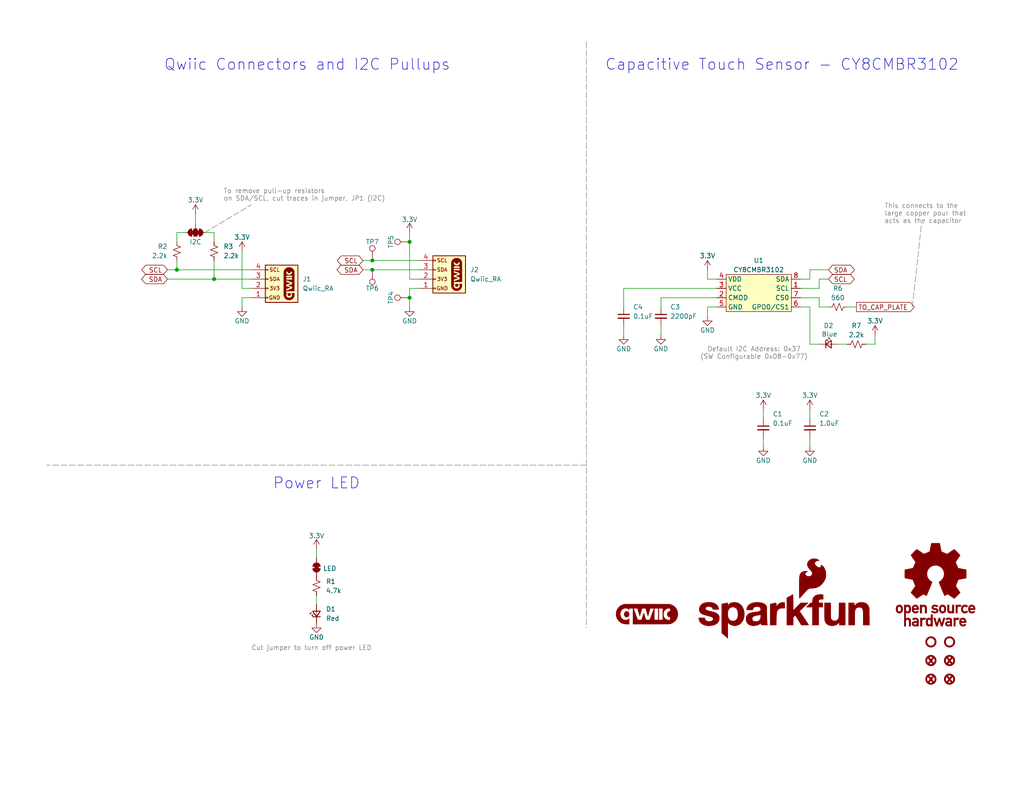
<source format=kicad_sch>
(kicad_sch (version 20250114) (generator "eeschema") (generator_version "9.0")
  (paper "USLetter")
  (title_block (title "SparkFun Capacitive Soil Moisture Sensor (Qwiic)") (date "2026-02-04") (rev "v10") (company "SparkFun Electronics") (comment 1 "Designed by: Malcolm McKellips"))
  (lib_symbols
    (symbol "SparkFun-Aesthetic:Fiducial_0.5mm"
      (symbol "Fiducial_0.5mm_1_1"
        (text "x" (at 0 0.254 0) (effects (font (size 2.5 2.5) (bold yes))))
      )
    )
    (symbol "SparkFun-Aesthetic:OSHW_Logo" (pin_names (offset 1.016)) (in_bom no))
    (symbol "SparkFun-Aesthetic:SparkFun_Logo" (pin_names (offset 1.016)) (on_board no))
    (symbol "SparkFun-Aesthetic:qwiic_Logo" (pin_names (offset 1.016)) (on_board no))
    (symbol "SparkFun-Capacitor:0.1uF_0603_25V_20%" (pin_numbers (hide yes)) (pin_names (offset 0.254))
      (property "Reference" "C" (at 0.635 2.54 0))
      (property "Value" "0.1uF" (at 0.635 -2.54 0))
      (property "Voltage" "25V" (at 0 -6.35 0))
      (property "Tolerance" "20%" (at 0 -8.89 0))
      (symbol "0.1uF_0603_25V_20%_1_1"
        (pin passive line (at 0 2.54 270) (length 2.032) (name "~") (number "1"))
        (pin passive line (at 0 -2.54 90) (length 2.032) (name "~") (number "2"))
      )
    )
    (symbol "SparkFun-Capacitor:1.0uF_0603_16V_10%" (pin_numbers (hide yes)) (pin_names (offset 0.254))
      (property "Reference" "C" (at 0.635 2.54 0))
      (property "Value" "1.0uF" (at 0.635 -2.54 0))
      (property "Voltage" "16V" (at 0 -6.35 0))
      (property "Tolerance" "10%" (at 0 -8.89 0))
      (symbol "1.0uF_0603_16V_10%_1_1"
        (pin passive line (at 0 2.54 270) (length 2.032) (name "~") (number "1"))
        (pin passive line (at 0 -2.54 90) (length 2.032) (name "~") (number "2"))
      )
    )
    (symbol "SparkFun-Capacitor:2200pF_0603_50V_10%" (pin_numbers (hide yes)) (pin_names (offset 0))
      (property "Reference" "C" (at 1.27 2.54 0))
      (property "Value" "2200pF" (at 5.08 -2.54 0))
      (property "Voltage" "50V" (at 0 -6.35 0))
      (property "Tolerance" "10%" (at 0 -8.89 0))
      (symbol "2200pF_0603_50V_10%_1_1"
        (pin passive line (at 0 2.54 270) (length 2.032) (name "~") (number "1"))
        (pin passive line (at 0 -2.54 90) (length 2.032) (name "~") (number "2"))
      )
    )
    (symbol "SparkFun-Connector:Qwiic_Horizontal" (pin_names (offset 1.016) (hide yes))
      (property "Reference" "J" (at 0 5.08 0))
      (property "Value" "Qwiic_RA" (at 0 -7.62 0))
      (symbol "Qwiic_Horizontal_1_1"
        (text "SCL" (at 1.27 2.54 0) (effects (font (size 1 1))))
        (text "SDA" (at 1.27 0 0) (effects (font (size 1 1))))
        (text "3V3" (at 1.27 -2.54 0) (effects (font (size 1 1))))
        (text "GND" (at 1.27 -5.08 0) (effects (font (size 1 1))))
        (pin passive line (at -5.08 2.54 0) (length 3.81) (name "Pin_4") (number "4"))
        (pin passive line (at -5.08 0 0) (length 3.81) (name "Pin_3") (number "3"))
        (pin passive line (at -5.08 -2.54 0) (length 3.81) (name "Pin_2") (number "2"))
        (pin passive line (at -5.08 -5.08 0) (length 3.81) (name "Pin_1") (number "1"))
        (pin no_connect line (at 5.08 3.81 270) (length 2.54) (hide yes) (name "NC") (number "NC1"))
        (pin no_connect line (at 6.35 3.81 270) (length 2.54) (hide yes) (name "NC") (number "NC2"))
      )
    )
    (symbol "SparkFun-Connector:TestPoint_1.0mm" (pin_numbers (hide yes)) (pin_names (offset 0.762) (hide yes))
      (property "Reference" "TP" (at 0 5.08 0))
      (symbol "TestPoint_1.0mm_1_1"
        (pin passive line (at 0 0 90) (length 2.54) (name "1") (number "1"))
      )
    )
    (symbol "SparkFun-Hardware:Standoff")
    (symbol "SparkFun-Jumper:SolderJumper_2_Bridged" (pin_numbers (hide yes)) (pin_names (offset 0) (hide yes))
      (property "Reference" "JP" (at 0 2.032 0))
      (property "Value" "~" (at 0 -2.54 0))
      (symbol "SolderJumper_2_Bridged_1_1"
        (pin passive line (at -2.54 0 0) (length 1.27) (name "A") (number "1"))
        (pin passive line (at 2.54 0 180) (length 1.27) (name "B") (number "2"))
      )
    )
    (symbol "SparkFun-Jumper:SolderJumper_3_Bridged123" (pin_numbers (hide yes)) (pin_names (offset 0) (hide yes))
      (property "Reference" "JP" (at 0 2.54 0))
      (property "Value" "~" (at 3.81 1.27 0))
      (symbol "SolderJumper_3_Bridged123_1_1"
        (pin passive line (at -2.54 0 0) (length 1.27) (name "A") (number "1"))
        (pin passive line (at 0 -2.54 90) (length 1.27) (name "B") (number "2"))
        (pin passive line (at 2.54 0 180) (length 1.27) (name "C") (number "3"))
      )
    )
    (symbol "SparkFun-LED:LED_Blue_0603" (pin_numbers (hide yes)) (pin_names (offset 1.016) (hide yes))
      (property "Reference" "D" (at 0 2.54 0))
      (property "Value" "Blue" (at 0 -2.54 0))
      (symbol "LED_Blue_0603_1_1"
        (pin passive line (at -2.54 0 0) (length 1.778) (name "K") (number "1"))
        (pin passive line (at 2.54 0 180) (length 1.778) (name "A") (number "2"))
      )
    )
    (symbol "SparkFun-LED:LED_Red_0603" (pin_numbers (hide yes)) (pin_names (offset 1.016) (hide yes))
      (property "Reference" "D" (at 0 2.54 0))
      (property "Value" "Red" (at 0 -2.54 0))
      (symbol "LED_Red_0603_1_1"
        (pin passive line (at -2.54 0 0) (length 1.778) (name "K") (number "1"))
        (pin passive line (at 2.54 0 180) (length 1.778) (name "A") (number "2"))
      )
    )
    (symbol "SparkFun-PowerSymbol:3.3V" (power) (pin_names (offset 0))
      (property "Value" "3.3V" (at 0 3.81 0))
      (symbol "3.3V_1_1"
        (pin power_in line (at 0 0 90) (length 0) (hide yes) (name "3.3V") (number "1"))
      )
    )
    (symbol "SparkFun-PowerSymbol:GND" (power) (pin_names (offset 0))
      (property "Value" "GND" (at 0 -3.81 0))
      (symbol "GND_1_1"
        (pin power_in line (at 0 0 270) (length 0) (hide yes) (name "GND") (number "1"))
      )
    )
    (symbol "SparkFun-Resistor:2.2k_0603" (pin_numbers (hide yes)) (pin_names (offset 0))
      (property "Reference" "R" (at 0 -2.54 0))
      (property "Value" "2.2k" (at 0 2.54 0))
      (symbol "2.2k_0603_1_1"
        (pin passive line (at -2.54 0 0) (length 1.016) (name "~") (number "1"))
        (pin passive line (at 2.54 0 180) (length 1.016) (name "~") (number "2"))
      )
    )
    (symbol "SparkFun-Resistor:4.7k_0603" (pin_numbers (hide yes)) (pin_names (offset 0))
      (property "Reference" "R" (at 0 -2.54 0))
      (property "Value" "4.7k" (at 0 2.54 0))
      (symbol "4.7k_0603_1_1"
        (pin passive line (at -2.54 0 0) (length 1.016) (name "~") (number "1"))
        (pin passive line (at 2.54 0 180) (length 1.016) (name "~") (number "2"))
      )
    )
    (symbol "SparkFun-Resistor:560_0603" (pin_numbers (hide yes)) (pin_names (offset 0))
      (property "Reference" "R" (at 0 -2.54 0))
      (property "Value" "560" (at 0 2.54 0))
      (symbol "560_0603_1_1"
        (pin passive line (at -2.54 0 0) (length 1.016) (name "~") (number "1"))
        (pin passive line (at 2.54 0 180) (length 1.016) (name "~") (number "2"))
      )
    )
    (symbol "SparkFun-Sensor:CY8CMBR3102"
      (property "Reference" "U" (at 0 8.89 0))
      (property "Value" "CY8CMBR3102" (at 0 6.35 0))
      (symbol "CY8CMBR3102_1_1"
        (pin power_in line (at -11.43 3.81 0) (length 2.54) (name "VDD") (number "4"))
        (pin power_in line (at -11.43 1.27 0) (length 2.54) (name "VCC") (number "3"))
        (pin passive line (at -11.43 -1.27 0) (length 2.54) (name "CMOD") (number "2"))
        (pin power_in line (at -11.43 -3.81 0) (length 2.54) (name "GND") (number "5"))
        (pin bidirectional line (at 11.43 3.81 180) (length 2.54) (name "SDA") (number "8"))
        (pin bidirectional line (at 11.43 1.27 180) (length 2.54) (name "SCL") (number "1"))
        (pin passive line (at 11.43 -1.27 180) (length 2.54) (name "CS0") (number "7"))
        (pin passive line (at 11.43 -3.81 180) (length 2.54) (name "GPO0/CS1") (number "6"))
      )
    )
  )
  (text "Qwiic Connectors and I2C Pullups" (at 83.82 17.78 0) (effects (font (size 3 3))))
  (text "Capacitive Touch Sensor - CY8CMBR3102" (at 213.36 17.78 0) (effects (font (size 3 3))))
  (text "Cut jumper to turn off power LED" (at 68.58 177.8 0) (effects (font (size 1.27 1.27)) (justify left bottom)))
  (text "To remove pull-up resistors\non SDA/SCL, cut traces in jumper, JP1 (I2C)" (at 60.96 53.34 0) (effects (font (size 1.27 1.27)) (justify left)))
  (text "This connects to the\nlarge copper pour that\nacts as the capacitor" (at 241.3 58.42 0) (effects (font (size 1.27 1.27)) (justify left)))
  (text "Power LED" (at 86.36 132.08 0) (effects (font (size 3 3))))
  (text "Default I2C Address: 0x37\n(SW Configurable 0x08-0x77)" (at 205.74 96.52 0) (effects (font (size 1.27 1.27))))
  (junction (at 111.76 66.04))
  (junction (at 48.26 73.66))
  (junction (at 101.6 71.12))
  (junction (at 58.42 76.2))
  (junction (at 111.76 81.28))
  (junction (at 101.6 73.66))
  (wire (pts (xy 220.98 93.98) (xy 220.98 83.82)))
  (wire (pts (xy 228.6 93.98) (xy 231.14 93.98)))
  (wire (pts (xy 55.88 63.5) (xy 58.42 63.5)))
  (wire (pts (xy 180.34 83.82) (xy 180.34 81.28)))
  (wire (pts (xy 220.98 119.38) (xy 220.98 121.92)))
  (wire (pts (xy 111.76 66.04) (xy 111.76 76.2)))
  (wire (pts (xy 220.98 111.76) (xy 220.98 114.3)))
  (wire (pts (xy 223.52 93.98) (xy 220.98 93.98)))
  (wire (pts (xy 101.6 71.12) (xy 114.3 71.12)))
  (wire (pts (xy 231.14 83.82) (xy 233.68 83.82)))
  (wire (pts (xy 66.04 78.74) (xy 68.58 78.74)))
  (wire (pts (xy 193.04 76.2) (xy 195.58 76.2)))
  (wire (pts (xy 111.76 78.74) (xy 114.3 78.74)))
  (wire (pts (xy 86.36 149.86) (xy 86.36 152.4)))
  (wire (pts (xy 220.98 83.82) (xy 218.44 83.82)))
  (wire (pts (xy 68.58 81.28) (xy 66.04 81.28)))
  (wire (pts (xy 170.18 78.74) (xy 195.58 78.74)))
  (wire (pts (xy 236.22 93.98) (xy 238.76 93.98)))
  (wire (pts (xy 220.98 76.2) (xy 220.98 73.66)))
  (wire (pts (xy 58.42 63.5) (xy 58.42 66.04)))
  (wire (pts (xy 53.34 58.42) (xy 53.34 60.96)))
  (wire (pts (xy 111.76 76.2) (xy 114.3 76.2)))
  (wire (pts (xy 48.26 63.5) (xy 48.26 66.04)))
  (wire (pts (xy 193.04 83.82) (xy 193.04 86.36)))
  (wire (pts (xy 180.34 81.28) (xy 195.58 81.28)))
  (wire (pts (xy 208.28 111.76) (xy 208.28 114.3)))
  (wire (pts (xy 99.06 71.12) (xy 101.6 71.12)))
  (wire (pts (xy 58.42 76.2) (xy 68.58 76.2)))
  (wire (pts (xy 238.76 93.98) (xy 238.76 91.44)))
  (polyline (pts (xy 248.92 83.82) (xy 251.46 60.96)) (stroke (width 0) (type dash) (color 132 132 132 1)))
  (wire (pts (xy 170.18 78.74) (xy 170.18 83.82)))
  (polyline (pts (xy 55.88 63.5) (xy 68.58 55.88)) (stroke (width 0) (type dash) (color 132 132 132 1)))
  (wire (pts (xy 218.44 76.2) (xy 220.98 76.2)))
  (wire (pts (xy 45.72 73.66) (xy 48.26 73.66)))
  (wire (pts (xy 111.76 81.28) (xy 111.76 83.82)))
  (wire (pts (xy 220.98 73.66) (xy 226.06 73.66)))
  (wire (pts (xy 66.04 78.74) (xy 66.04 68.58)))
  (wire (pts (xy 223.52 83.82) (xy 226.06 83.82)))
  (wire (pts (xy 223.52 78.74) (xy 223.52 76.2)))
  (wire (pts (xy 86.36 162.56) (xy 86.36 165.1)))
  (wire (pts (xy 218.44 78.74) (xy 223.52 78.74)))
  (polyline (pts (xy 160.02 123.19) (xy 160.02 171.45)) (stroke (width 0) (type dash) (color 132 132 132 1)))
  (wire (pts (xy 111.76 63.5) (xy 111.76 66.04)))
  (polyline (pts (xy 160.02 127) (xy 12.7 127)) (stroke (width 0) (type dash) (color 132 132 132 1)))
  (wire (pts (xy 180.34 88.9) (xy 180.34 91.44)))
  (wire (pts (xy 48.26 63.5) (xy 50.8 63.5)))
  (wire (pts (xy 223.52 81.28) (xy 223.52 83.82)))
  (wire (pts (xy 101.6 73.66) (xy 114.3 73.66)))
  (wire (pts (xy 218.44 81.28) (xy 223.52 81.28)))
  (wire (pts (xy 193.04 83.82) (xy 195.58 83.82)))
  (wire (pts (xy 48.26 71.12) (xy 48.26 73.66)))
  (polyline (pts (xy 160.02 11.43) (xy 160.02 123.19)) (stroke (width 0) (type dash) (color 132 132 132 1)))
  (wire (pts (xy 48.26 73.66) (xy 68.58 73.66)))
  (wire (pts (xy 58.42 71.12) (xy 58.42 76.2)))
  (wire (pts (xy 208.28 119.38) (xy 208.28 121.92)))
  (wire (pts (xy 45.72 76.2) (xy 58.42 76.2)))
  (wire (pts (xy 111.76 78.74) (xy 111.76 81.28)))
  (wire (pts (xy 193.04 76.2) (xy 193.04 73.66)))
  (wire (pts (xy 170.18 88.9) (xy 170.18 91.44)))
  (wire (pts (xy 223.52 76.2) (xy 226.06 76.2)))
  (wire (pts (xy 66.04 81.28) (xy 66.04 83.82)))
  (wire (pts (xy 99.06 73.66) (xy 101.6 73.66)))
  (global_label "SCL" (shape bidirectional) (at 99.06 71.12 180) (property "Intersheetrefs" "${INTERSHEET_REFS}" (effects (hide yes))))
  (global_label "TO_CAP_PLATE" (shape output) (at 233.68 83.82 0) (property "Intersheetrefs" "${INTERSHEET_REFS}" (effects (hide yes))))
  (global_label "SDA" (shape bidirectional) (at 45.72 76.2 180) (property "Intersheetrefs" "${INTERSHEET_REFS}" (effects (hide yes))))
  (global_label "SDA" (shape bidirectional) (at 226.06 73.66 0) (property "Intersheetrefs" "${INTERSHEET_REFS}" (effects (hide yes))))
  (global_label "SCL" (shape bidirectional) (at 226.06 76.2 0) (property "Intersheetrefs" "${INTERSHEET_REFS}" (effects (hide yes))))
  (global_label "SCL" (shape bidirectional) (at 45.72 73.66 180) (property "Intersheetrefs" "${INTERSHEET_REFS}" (effects (hide yes))))
  (global_label "SDA" (shape bidirectional) (at 99.06 73.66 180) (property "Intersheetrefs" "${INTERSHEET_REFS}" (effects (hide yes))))
  (symbol (lib_id "SparkFun-Hardware:Standoff") (at 254 175.26 0) (unit 1)
    (property "Reference" "ST2" (effects (hide yes)))
    (property "Value" "Stand_off" (effects (hide yes)))
    (property "Footprint" "SparkFun-Hardware:Standoff" (effects (hide yes)))
    (property "Description" "Drill holes for mechanically mounting via screws, standoffs, etc." (effects (hide yes)))
  )
  (symbol (lib_id "SparkFun-PowerSymbol:3.3V") (at 208.28 111.76 0) (unit 1)
    (property "Reference" "#PWR03" (effects (hide yes)))
    (property "Value" "3.3V" (at 208.28 107.95 0))
    (property "Description" "Power symbol creates a global label with name \"3.3V\"" (effects (hide yes)))
  )
  (symbol (lib_id "SparkFun-Aesthetic:SparkFun_Logo") (at 213.36 167.64 0) (unit 1) (on_board no)
    (property "Reference" "G1" (effects (hide yes)))
    (property "Value" "SparkFun_Logo" (effects (hide yes)))
    (property "Footprint" "SparkFun-Aesthetic:SparkFun_Logo_8mm" (effects (hide yes)))
  )
  (symbol (lib_id "SparkFun-Sensor:CY8CMBR3102") (at 207.01 80.01 0) (unit 1)
    (property "Reference" "U1" (at 207.01 71.12 0))
    (property "Value" "CY8CMBR3102" (at 207.01 73.66 0))
    (property "Footprint" "SparkFun-Semiconductor-Standard:SO-8" (effects (hide yes)))
    (property "Datasheet" "https://www.infineon.com/assets/row/public/documents/30/49/infineon-cy8cmbr3002-cy8cmbr3102-cy8cmbr3106s-cy8cmbr3108-cy8cmbr3110-cy8cmbr3116-datasheet-en.pdf" (effects (hide yes)))
    (property "Description" "Capacitive Touch Sensor" (effects (hide yes)))
    (property "PROD_ID" "IC-27515" (effects (hide yes)))
  )
  (symbol (lib_id "SparkFun-Resistor:4.7k_0603") (at 86.36 160.02 90) (unit 1)
    (property "Reference" "R1" (at 88.9 158.7499 90) (effects (justify right)))
    (property "Value" "4.7k" (at 88.9 161.2899 90) (effects (justify right)))
    (property "Footprint" "SparkFun-Resistor:R_0603_1608Metric" (effects (hide yes)))
    (property "Datasheet" "https://www.vishay.com/docs/20035/dcrcwe3.pdf" (effects (hide yes)))
    (property "Description" "Resistor" (effects (hide yes)))
    (property "PROD_ID" "RES-07857" (effects (hide yes)))
  )
  (symbol (lib_id "SparkFun-Aesthetic:Fiducial_0.5mm") (at 259.08 180.34 0) (unit 1)
    (property "Reference" "FID4" (effects (hide yes)))
    (property "Value" "Fiducial_0.5mm" (effects (hide yes)))
    (property "Footprint" "SparkFun-Aesthetic:Fiducial_0.5mm_Mask1mm" (effects (hide yes)))
    (property "Description" "Fiducial Marker" (effects (hide yes)))
  )
  (symbol (lib_id "SparkFun-PowerSymbol:GND") (at 193.04 86.36 0) (unit 1)
    (property "Reference" "#PWR02" (effects (hide yes)))
    (property "Value" "GND" (at 193.04 90.17 0))
    (property "Description" "Power symbol creates a global label with name \"GND\" , ground" (effects (hide yes)))
  )
  (symbol (lib_id "SparkFun-Aesthetic:Fiducial_0.5mm") (at 259.08 185.42 0) (unit 1)
    (property "Reference" "FID2" (effects (hide yes)))
    (property "Value" "Fiducial_0.5mm" (effects (hide yes)))
    (property "Footprint" "SparkFun-Aesthetic:Fiducial_0.5mm_Mask1mm" (effects (hide yes)))
    (property "Description" "Fiducial Marker" (effects (hide yes)))
  )
  (symbol (lib_id "SparkFun-LED:LED_Red_0603") (at 86.36 167.64 90) (unit 1)
    (property "Reference" "D1" (at 88.9 166.3064 90) (effects (justify right)))
    (property "Value" "Red" (at 88.9 168.8464 90) (effects (justify right)))
    (property "Footprint" "SparkFun-LED:LED_0603_1608Metric_Red" (effects (hide yes)))
    (property "Datasheet" "https://www.kingbrightusa.com/images/catalog/SPEC/APT1608SURCK.pdf" (effects (hide yes)))
    (property "Description" "Light emitting diode" (effects (hide yes)))
    (property "PROD_ID" "DIO-17976" (effects (hide yes)))
  )
  (symbol (lib_id "SparkFun-Hardware:Standoff") (at 259.08 175.26 0) (unit 1)
    (property "Reference" "ST4" (effects (hide yes)))
    (property "Value" "Stand_off" (effects (hide yes)))
    (property "Footprint" "SparkFun-Hardware:Standoff" (effects (hide yes)))
    (property "Description" "Drill holes for mechanically mounting via screws, standoffs, etc." (effects (hide yes)))
  )
  (symbol (lib_id "SparkFun-Aesthetic:Fiducial_0.5mm") (at 254 185.42 0) (unit 1)
    (property "Reference" "FID3" (effects (hide yes)))
    (property "Value" "Fiducial_0.5mm" (effects (hide yes)))
    (property "Footprint" "SparkFun-Aesthetic:Fiducial_0.5mm_Mask1mm" (effects (hide yes)))
    (property "Description" "Fiducial Marker" (effects (hide yes)))
  )
  (symbol (lib_id "SparkFun-PowerSymbol:GND") (at 180.34 91.44 0) (unit 1)
    (property "Reference" "#PWR08" (effects (hide yes)))
    (property "Value" "GND" (at 180.34 95.25 0))
    (property "Description" "Power symbol creates a global label with name \"GND\" , ground" (effects (hide yes)))
  )
  (symbol (lib_id "SparkFun-Aesthetic:qwiic_Logo") (at 176.53 167.64 0) (unit 1) (on_board no)
    (property "Reference" "G4" (effects (hide yes)))
    (property "Value" "qwiic_Logo" (effects (hide yes)))
  )
  (symbol (lib_id "SparkFun-Capacitor:0.1uF_0603_25V_20%") (at 208.28 116.84 0) (unit 1)
    (property "Reference" "C1" (at 210.82 113.0362 0) (effects (justify left)))
    (property "Value" "0.1uF" (at 210.82 115.5762 0) (effects (justify left)))
    (property "Footprint" "SparkFun-Capacitor:C_0603_1608Metric" (effects (hide yes)))
    (property "Datasheet" "https://cdn.sparkfun.com/assets/8/a/4/a/5/Kemet_Capacitor_Datasheet.pdf" (effects (hide yes)))
    (property "Description" "Unpolarized capacitor" (effects (hide yes)))
    (property "PROD_ID" "CAP-00810" (effects (hide yes)))
    (property "Voltage" "25V" (effects (hide yes)))
    (property "Tolerance" "20%" (effects (hide yes)))
  )
  (symbol (lib_id "SparkFun-PowerSymbol:3.3V") (at 220.98 111.76 0) (unit 1)
    (property "Reference" "#PWR05" (effects (hide yes)))
    (property "Value" "3.3V" (at 220.98 107.95 0))
    (property "Description" "Power symbol creates a global label with name \"3.3V\"" (effects (hide yes)))
  )
  (symbol (lib_id "SparkFun-Connector:TestPoint_1.0mm") (at 101.6 71.12 0) (unit 1)
    (property "Reference" "TP7" (at 101.6 66.04 0))
    (property "Value" "1.0mm" (effects (hide yes)))
    (property "Footprint" "SparkFun-Connector:TestPoint-1.0mm" (effects (hide yes)))
    (property "Description" "Test Point" (effects (hide yes)))
  )
  (symbol (lib_id "SparkFun-PowerSymbol:GND") (at 170.18 91.44 0) (unit 1)
    (property "Reference" "#PWR011" (effects (hide yes)))
    (property "Value" "GND" (at 170.18 95.25 0))
    (property "Description" "Power symbol creates a global label with name \"GND\" , ground" (effects (hide yes)))
  )
  (symbol (lib_id "SparkFun-Capacitor:1.0uF_0603_16V_10%") (at 220.98 116.84 0) (unit 1)
    (property "Reference" "C2" (at 223.52 113.0362 0) (effects (justify left)))
    (property "Value" "1.0uF" (at 223.52 115.5762 0) (effects (justify left)))
    (property "Footprint" "SparkFun-Capacitor:C_0603_1608Metric" (effects (hide yes)))
    (property "Datasheet" "https://cdn.sparkfun.com/assets/8/a/4/a/5/Kemet_Capacitor_Datasheet.pdf" (effects (hide yes)))
    (property "Description" "Unpolarized capacitor" (effects (hide yes)))
    (property "PROD_ID" "CAP-13930" (effects (hide yes)))
    (property "Voltage" "16V" (effects (hide yes)))
    (property "Tolerance" "10%" (effects (hide yes)))
  )
  (symbol (lib_id "SparkFun-PowerSymbol:3.3V") (at 66.04 68.58 0) (unit 1)
    (property "Reference" "#PWR07" (effects (hide yes)))
    (property "Value" "3.3V" (at 66.04 64.77 0))
    (property "Description" "Power symbol creates a global label with name \"3.3V\"" (effects (hide yes)))
  )
  (symbol (lib_id "SparkFun-PowerSymbol:3.3V") (at 193.04 73.66 0) (unit 1)
    (property "Reference" "#PWR01" (effects (hide yes)))
    (property "Value" "3.3V" (at 193.04 69.85 0))
    (property "Description" "Power symbol creates a global label with name \"3.3V\"" (effects (hide yes)))
  )
  (symbol (lib_id "SparkFun-PowerSymbol:GND") (at 111.76 83.82 0) (unit 1)
    (property "Reference" "#PWR0105" (effects (hide yes)))
    (property "Value" "GND" (at 111.76 87.63 0))
    (property "Description" "Power symbol creates a global label with name \"GND\" , ground" (effects (hide yes)))
  )
  (symbol (lib_id "SparkFun-Connector:TestPoint_1.0mm") (at 111.76 66.04 90) (unit 1)
    (property "Reference" "TP5" (at 106.68 66.04 0))
    (property "Value" "1.0mm" (effects (hide yes)))
    (property "Footprint" "SparkFun-Connector:TestPoint-1.0mm" (effects (hide yes)))
    (property "Description" "Test Point" (effects (hide yes)))
  )
  (symbol (lib_id "SparkFun-PowerSymbol:3.3V") (at 86.36 149.86 0) (unit 1)
    (property "Reference" "#PWR010" (effects (hide yes)))
    (property "Value" "3.3V" (at 86.36 146.304 0))
    (property "Description" "Power symbol creates a global label with name \"3.3V\"" (effects (hide yes)))
  )
  (symbol (lib_id "SparkFun-Resistor:2.2k_0603") (at 48.26 68.58 270) (unit 1)
    (property "Reference" "R2" (at 45.72 67.3099 90) (effects (justify right)))
    (property "Value" "2.2k" (at 45.72 69.8499 90) (effects (justify right)))
    (property "Footprint" "SparkFun-Resistor:R_0603_1608Metric" (effects (hide yes)))
    (property "Datasheet" "https://www.vishay.com/docs/20035/dcrcwe3.pdf" (effects (hide yes)))
    (property "Description" "Resistor" (effects (hide yes)))
    (property "PROD_ID" "RES-08272" (effects (hide yes)))
  )
  (symbol (lib_id "SparkFun-Resistor:2.2k_0603") (at 233.68 93.98 180) (unit 1)
    (property "Reference" "R7" (at 233.68 88.9 0))
    (property "Value" "2.2k" (at 233.68 91.44 0))
    (property "Footprint" "SparkFun-Resistor:R_0603_1608Metric" (effects (hide yes)))
    (property "Datasheet" "https://www.vishay.com/docs/20035/dcrcwe3.pdf" (effects (hide yes)))
    (property "Description" "Resistor" (effects (hide yes)))
    (property "PROD_ID" "RES-08272" (effects (hide yes)))
  )
  (symbol (lib_id "SparkFun-PowerSymbol:GND") (at 220.98 121.92 0) (unit 1)
    (property "Reference" "#PWR06" (effects (hide yes)))
    (property "Value" "GND" (at 220.98 125.73 0))
    (property "Description" "Power symbol creates a global label with name \"GND\" , ground" (effects (hide yes)))
  )
  (symbol (lib_id "SparkFun-Aesthetic:OSHW_Logo") (at 255.27 163.83 0) (unit 1) (in_bom no)
    (property "Reference" "G3" (effects (hide yes)))
    (property "Value" "OSHW_Logo" (effects (hide yes)))
    (property "Footprint" "SparkFun-Aesthetic:Creative_Commons_License" (effects (hide yes)))
  )
  (symbol (lib_id "SparkFun-Connector:TestPoint_1.0mm") (at 111.76 81.28 90) (unit 1)
    (property "Reference" "TP4" (at 106.68 81.28 0))
    (property "Value" "1.0mm" (effects (hide yes)))
    (property "Footprint" "SparkFun-Connector:TestPoint-1.0mm" (effects (hide yes)))
    (property "Description" "Test Point" (effects (hide yes)))
  )
  (symbol (lib_id "SparkFun-LED:LED_Blue_0603") (at 226.06 93.98 0) (unit 1)
    (property "Reference" "D2" (at 226.06 88.9 0))
    (property "Value" "Blue" (at 226.3384 91.2109 0))
    (property "Footprint" "SparkFun-LED:LED_0603_1608Metric_Blue" (effects (hide yes)))
    (property "Datasheet" "https://media.digikey.com/pdf/Data%20Sheets/Rohm%20PDFs/SMLE12_Series_Rev2.0_2007.pdf" (effects (hide yes)))
    (property "Description" "Light emitting diode" (effects (hide yes)))
    (property "PROD_ID" "DIO-08575" (effects (hide yes)))
  )
  (symbol (lib_id "SparkFun-PowerSymbol:3.3V") (at 238.76 91.44 0) (mirror y) (unit 1)
    (property "Reference" "#PWR012" (effects (hide yes)))
    (property "Value" "3.3V" (at 238.76 87.63 0))
    (property "Description" "Power symbol creates a global label with name \"3.3V\"" (effects (hide yes)))
  )
  (symbol (lib_id "SparkFun-Aesthetic:SparkFun_Logo") (at 213.36 167.64 0) (unit 1) (on_board no)
    (property "Reference" "G2" (effects (hide yes)))
    (property "Value" "SparkFun_Logo" (effects (hide yes)))
  )
  (symbol (lib_id "SparkFun-Aesthetic:Fiducial_0.5mm") (at 254 180.34 0) (unit 1)
    (property "Reference" "FID1" (effects (hide yes)))
    (property "Value" "Fiducial_0.5mm" (effects (hide yes)))
    (property "Footprint" "SparkFun-Aesthetic:Fiducial_0.5mm_Mask1mm" (effects (hide yes)))
    (property "Description" "Fiducial Marker" (effects (hide yes)))
  )
  (symbol (lib_id "SparkFun-Connector:TestPoint_1.0mm") (at 101.6 73.66 180) (unit 1)
    (property "Reference" "TP6" (at 101.6 78.74 0))
    (property "Value" "1.0mm" (effects (hide yes)))
    (property "Footprint" "SparkFun-Connector:TestPoint-1.0mm" (effects (hide yes)))
    (property "Description" "Test Point" (effects (hide yes)))
  )
  (symbol (lib_id "SparkFun-Jumper:SolderJumper_2_Bridged") (at 86.36 154.94 90) (unit 1)
    (property "Reference" "JP1" (effects (hide yes)))
    (property "Value" "LED" (at 88.138 155.194 90) (effects (justify right)))
    (property "Footprint" "SparkFun-Jumper:Jumper_2_NC_Trace" (effects (hide yes)))
    (property "Description" "Solder Jumper, 2-pole, closed/bridged" (effects (hide yes)))
  )
  (symbol (lib_id "SparkFun-PowerSymbol:3.3V") (at 111.76 63.5 0) (unit 1)
    (property "Reference" "#PWR0108" (effects (hide yes)))
    (property "Value" "3.3V" (at 111.76 59.944 0))
    (property "Description" "Power symbol creates a global label with name \"3.3V\"" (effects (hide yes)))
  )
  (symbol (lib_id "SparkFun-Capacitor:0.1uF_0603_25V_20%") (at 170.18 86.36 0) (unit 1)
    (property "Reference" "C4" (at 172.72 83.82 0) (effects (justify left)))
    (property "Value" "0.1uF" (at 172.72 86.36 0) (effects (justify left)))
    (property "Footprint" "SparkFun-Capacitor:C_0603_1608Metric" (effects (hide yes)))
    (property "Datasheet" "https://cdn.sparkfun.com/assets/8/a/4/a/5/Kemet_Capacitor_Datasheet.pdf" (effects (hide yes)))
    (property "Description" "Unpolarized capacitor" (effects (hide yes)))
    (property "PROD_ID" "CAP-00810" (effects (hide yes)))
    (property "Voltage" "25V" (effects (hide yes)))
    (property "Tolerance" "20%" (effects (hide yes)))
  )
  (symbol (lib_id "SparkFun-PowerSymbol:GND") (at 208.28 121.92 0) (unit 1)
    (property "Reference" "#PWR04" (effects (hide yes)))
    (property "Value" "GND" (at 208.28 125.73 0))
    (property "Description" "Power symbol creates a global label with name \"GND\" , ground" (effects (hide yes)))
  )
  (symbol (lib_id "SparkFun-Connector:Qwiic_Horizontal") (at 73.66 76.2 0) (unit 1)
    (property "Reference" "J1" (at 82.55 76.1999 0) (effects (justify left)))
    (property "Value" "Qwiic_RA" (at 82.55 78.7399 0) (effects (justify left)))
    (property "Footprint" "SparkFun-Connector:JST_1x04_P1.0mm_Horizontal_SMD" (effects (hide yes)))
    (property "Datasheet" "https://www.jst-mfg.com/product/pdf/eng/eSH.pdf" (effects (hide yes)))
    (property "Description" "4 pin JST 1mm polarized connector for I2C" (effects (hide yes)))
    (property "PROD_ID" "CONN-13694" (effects (hide yes)))
  )
  (symbol (lib_id "SparkFun-Resistor:2.2k_0603") (at 58.42 68.58 270) (unit 1)
    (property "Reference" "R3" (at 60.96 67.3099 90) (effects (justify left)))
    (property "Value" "2.2k" (at 60.96 69.8499 90) (effects (justify left)))
    (property "Footprint" "SparkFun-Resistor:R_0603_1608Metric" (effects (hide yes)))
    (property "Datasheet" "https://www.vishay.com/docs/20035/dcrcwe3.pdf" (effects (hide yes)))
    (property "Description" "Resistor" (effects (hide yes)))
    (property "PROD_ID" "RES-08272" (effects (hide yes)))
  )
  (symbol (lib_id "SparkFun-PowerSymbol:3.3V") (at 53.34 58.42 0) (unit 1)
    (property "Reference" "#PWR09" (effects (hide yes)))
    (property "Value" "3.3V" (at 53.34 54.61 0))
    (property "Description" "Power symbol creates a global label with name \"3.3V\"" (effects (hide yes)))
  )
  (symbol (lib_id "SparkFun-Capacitor:2200pF_0603_50V_10%") (at 180.34 86.36 0) (unit 1)
    (property "Reference" "C3" (at 182.88 83.82 0) (effects (justify left)))
    (property "Value" "2200pF" (at 182.88 86.36 0) (effects (justify left)))
    (property "Footprint" "SparkFun-Capacitor:C_0603_1608Metric" (effects (hide yes)))
    (property "Datasheet" "https://www.niccomp.com/wp-content/uploads/catalog/nmc2.pdf" (effects (hide yes)))
    (property "Description" "Unpolarized X7R Capacitor" (effects (hide yes)))
    (property "PROD_ID" "CAP-07877" (effects (hide yes)))
    (property "Voltage" "50V" (effects (hide yes)))
    (property "Tolerance" "10%" (effects (hide yes)))
  )
  (symbol (lib_id "SparkFun-Resistor:560_0603") (at 228.6 83.82 0) (unit 1)
    (property "Reference" "R6" (at 228.6 78.74 0))
    (property "Value" "560" (at 228.6 81.28 0))
    (property "Footprint" "SparkFun-Resistor:R_0603_1608Metric" (effects (hide yes)))
    (property "Datasheet" "https://www.vishay.com/docs/20035/dcrcwe3.pdf" (effects (hide yes)))
    (property "Description" "Resistor" (effects (hide yes)))
    (property "PROD_ID" "RES-27513" (effects (hide yes)))
  )
  (symbol (lib_id "SparkFun-PowerSymbol:GND") (at 86.36 170.18 0) (unit 1)
    (property "Reference" "#PWR0122" (effects (hide yes)))
    (property "Value" "GND" (at 86.36 173.99 0))
    (property "Description" "Power symbol creates a global label with name \"GND\" , ground" (effects (hide yes)))
  )
  (symbol (lib_id "SparkFun-Jumper:SolderJumper_3_Bridged123") (at 53.34 63.5 180) (unit 1)
    (property "Reference" "JP2" (effects (hide yes)))
    (property "Value" "I2C" (at 53.34 66.04 0))
    (property "Footprint" "SparkFun-Jumper:Jumper_3_NC-2_Trace" (effects (hide yes)))
    (property "Description" "Solder Jumper, 3-pole, pins 1+2+3 closed/bridged" (effects (hide yes)))
  )
  (symbol (lib_id "SparkFun-PowerSymbol:GND") (at 66.04 83.82 0) (unit 1)
    (property "Reference" "#PWR0101" (effects (hide yes)))
    (property "Value" "GND" (at 66.04 87.63 0))
    (property "Description" "Power symbol creates a global label with name \"GND\" , ground" (effects (hide yes)))
  )
  (symbol (lib_id "SparkFun-Connector:Qwiic_Horizontal") (at 119.38 73.66 0) (unit 1)
    (property "Reference" "J2" (at 128.27 73.6599 0) (effects (justify left)))
    (property "Value" "Qwiic_RA" (at 128.27 76.1999 0) (effects (justify left)))
    (property "Footprint" "SparkFun-Connector:JST_1x04_P1.0mm_Horizontal_SMD" (effects (hide yes)))
    (property "Datasheet" "https://www.jst-mfg.com/product/pdf/eng/eSH.pdf" (effects (hide yes)))
    (property "Description" "4 pin JST 1mm polarized connector for I2C" (effects (hide yes)))
    (property "PROD_ID" "CONN-13694" (effects (hide yes)))
  )
)
</source>
